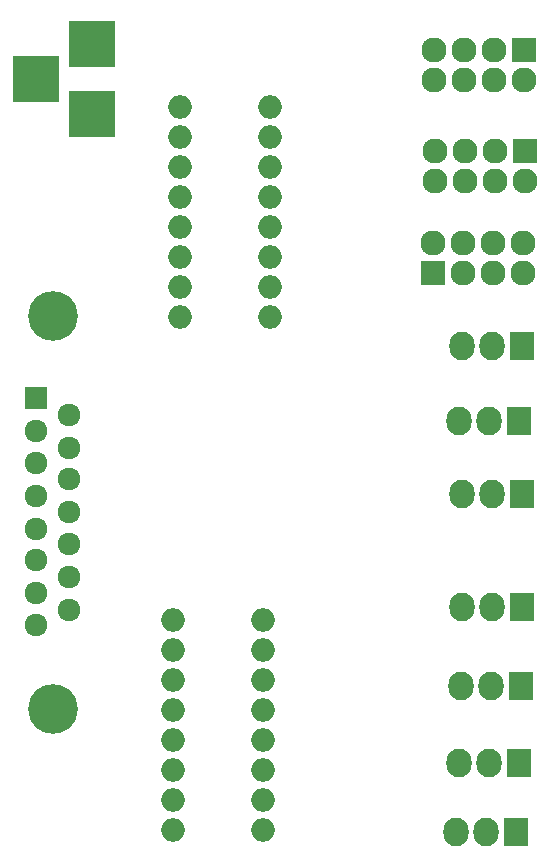
<source format=gbs>
G04 #@! TF.GenerationSoftware,KiCad,Pcbnew,(2017-09-22 revision df472e6)-master*
G04 #@! TF.CreationDate,2017-12-26T12:10:05-08:00*
G04 #@! TF.ProjectId,ody_adap,6F64795F616461702E6B696361645F70,rev?*
G04 #@! TF.SameCoordinates,Original*
G04 #@! TF.FileFunction,Soldermask,Bot*
G04 #@! TF.FilePolarity,Negative*
%FSLAX46Y46*%
G04 Gerber Fmt 4.6, Leading zero omitted, Abs format (unit mm)*
G04 Created by KiCad (PCBNEW (2017-09-22 revision df472e6)-master) date Tue Dec 26 12:10:05 2017*
%MOMM*%
%LPD*%
G01*
G04 APERTURE LIST*
%ADD10R,3.900120X3.900120*%
%ADD11C,4.210000*%
%ADD12R,1.924000X1.924000*%
%ADD13C,1.924000*%
%ADD14O,2.127200X2.432000*%
%ADD15R,2.127200X2.432000*%
%ADD16O,2.127200X2.127200*%
%ADD17R,2.127200X2.127200*%
%ADD18O,2.000000X2.000000*%
G04 APERTURE END LIST*
D10*
X103500000Y-63600140D03*
X103500000Y-57600660D03*
X98801000Y-60600400D03*
D11*
X100227000Y-113929000D03*
X100227000Y-80655000D03*
D12*
X98830000Y-87640000D03*
D13*
X98830000Y-90434000D03*
X98830000Y-93101000D03*
X98830000Y-95895000D03*
X98830000Y-98689000D03*
X98830000Y-101356000D03*
X98830000Y-104150000D03*
X98830000Y-106817000D03*
X101624000Y-89037000D03*
X101624000Y-91831000D03*
X101624000Y-94498000D03*
X101624000Y-97292000D03*
X101624000Y-99959000D03*
X101624000Y-102753000D03*
X101624000Y-105547000D03*
D14*
X134370000Y-124350000D03*
X136910000Y-124350000D03*
D15*
X139450000Y-124350000D03*
D14*
X134770000Y-112000000D03*
X137310000Y-112000000D03*
D15*
X139850000Y-112000000D03*
X139950000Y-105300000D03*
D14*
X137410000Y-105300000D03*
X134870000Y-105300000D03*
D15*
X139700000Y-118500000D03*
D14*
X137160000Y-118500000D03*
X134620000Y-118500000D03*
D16*
X132480000Y-60690000D03*
X132480000Y-58150000D03*
X135020000Y-60690000D03*
X135020000Y-58150000D03*
X137560000Y-60690000D03*
X137560000Y-58150000D03*
X140100000Y-60690000D03*
D17*
X140100000Y-58150000D03*
X140200000Y-66700000D03*
D16*
X140200000Y-69240000D03*
X137660000Y-66700000D03*
X137660000Y-69240000D03*
X135120000Y-66700000D03*
X135120000Y-69240000D03*
X132580000Y-66700000D03*
X132580000Y-69240000D03*
D17*
X132400000Y-77050000D03*
D16*
X132400000Y-74510000D03*
X134940000Y-77050000D03*
X134940000Y-74510000D03*
X137480000Y-77050000D03*
X137480000Y-74510000D03*
X140020000Y-77050000D03*
X140020000Y-74510000D03*
D15*
X139950000Y-95750000D03*
D14*
X137410000Y-95750000D03*
X134870000Y-95750000D03*
D15*
X139950000Y-83200000D03*
D14*
X137410000Y-83200000D03*
X134870000Y-83200000D03*
X134620000Y-89550000D03*
X137160000Y-89550000D03*
D15*
X139700000Y-89550000D03*
D18*
X110400000Y-106400000D03*
X110400000Y-108940000D03*
X110400000Y-111480000D03*
X110400000Y-114020000D03*
X110400000Y-116560000D03*
X110400000Y-119100000D03*
X110400000Y-121640000D03*
X110400000Y-124180000D03*
X118020000Y-124180000D03*
X118020000Y-121640000D03*
X118020000Y-119100000D03*
X118020000Y-116560000D03*
X118020000Y-114020000D03*
X118020000Y-111480000D03*
X118020000Y-108940000D03*
X118020000Y-106400000D03*
X118620000Y-63000000D03*
X118620000Y-65540000D03*
X118620000Y-68080000D03*
X118620000Y-70620000D03*
X118620000Y-73160000D03*
X118620000Y-75700000D03*
X118620000Y-78240000D03*
X118620000Y-80780000D03*
X111000000Y-80780000D03*
X111000000Y-78240000D03*
X111000000Y-75700000D03*
X111000000Y-73160000D03*
X111000000Y-70620000D03*
X111000000Y-68080000D03*
X111000000Y-65540000D03*
X111000000Y-63000000D03*
M02*

</source>
